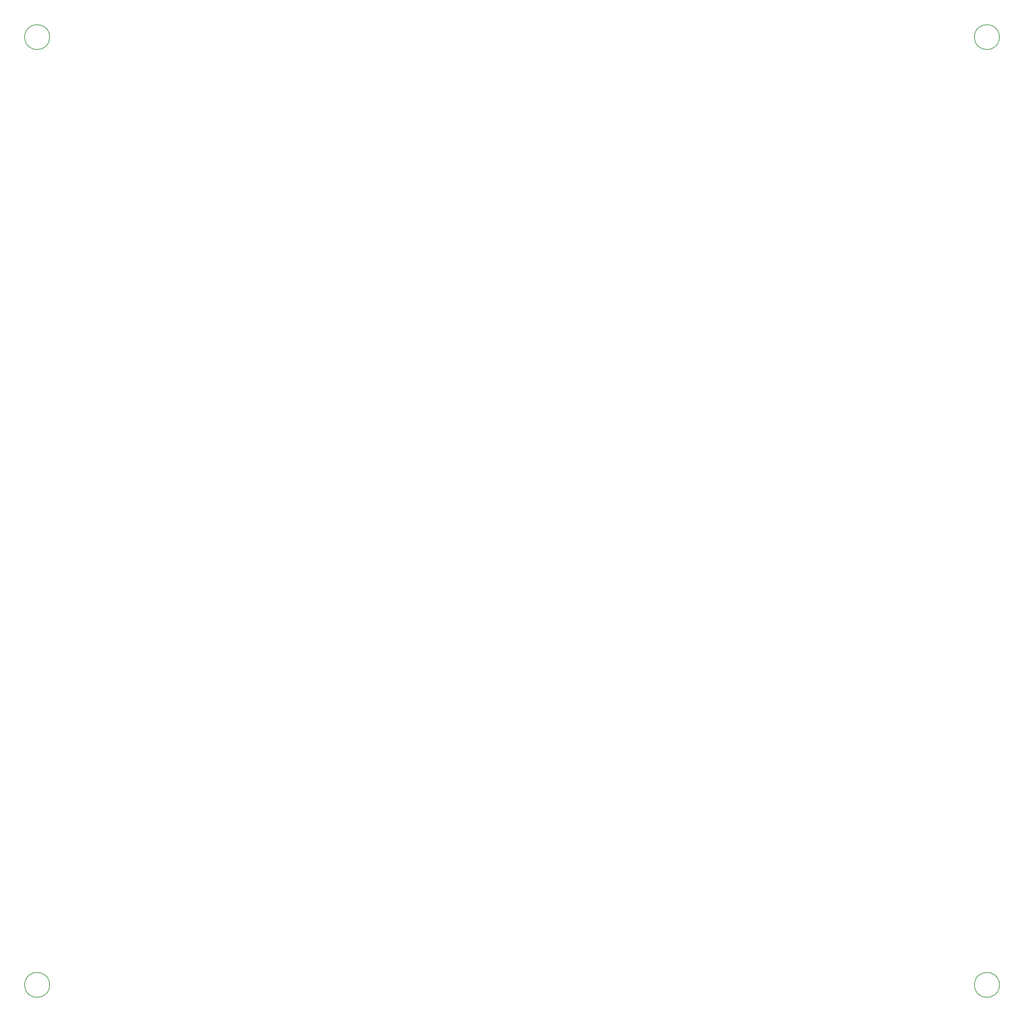
<source format=gbr>
%TF.GenerationSoftware,KiCad,Pcbnew,(6.0.8-1)-1*%
%TF.CreationDate,2022-12-21T21:44:45-05:00*%
%TF.ProjectId,smart-chessboard-board,736d6172-742d-4636-9865-7373626f6172,C*%
%TF.SameCoordinates,Original*%
%TF.FileFunction,Other,Comment*%
%FSLAX46Y46*%
G04 Gerber Fmt 4.6, Leading zero omitted, Abs format (unit mm)*
G04 Created by KiCad (PCBNEW (6.0.8-1)-1) date 2022-12-21 21:44:45*
%MOMM*%
%LPD*%
G01*
G04 APERTURE LIST*
%ADD10C,0.150000*%
G04 APERTURE END LIST*
D10*
%TO.C,H102*%
X350418000Y-299466000D02*
G75*
G03*
X350418000Y-299466000I-3200000J0D01*
G01*
%TO.C,H104*%
X106578000Y-299466000D02*
G75*
G03*
X106578000Y-299466000I-3200000J0D01*
G01*
%TO.C,H101*%
X350418000Y-56134000D02*
G75*
G03*
X350418000Y-56134000I-3200000J0D01*
G01*
%TO.C,H103*%
X106578000Y-56134000D02*
G75*
G03*
X106578000Y-56134000I-3200000J0D01*
G01*
%TD*%
M02*

</source>
